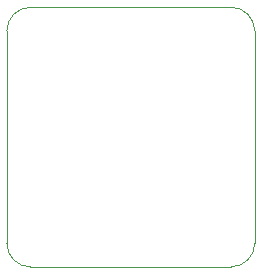
<source format=gbr>
%TF.GenerationSoftware,KiCad,Pcbnew,7.0.1-0*%
%TF.CreationDate,2023-05-08T09:26:49+02:00*%
%TF.ProjectId,KLST_SOIL,4b4c5354-5f53-44f4-994c-2e6b69636164,rev?*%
%TF.SameCoordinates,Original*%
%TF.FileFunction,Profile,NP*%
%FSLAX46Y46*%
G04 Gerber Fmt 4.6, Leading zero omitted, Abs format (unit mm)*
G04 Created by KiCad (PCBNEW 7.0.1-0) date 2023-05-08 09:26:49*
%MOMM*%
%LPD*%
G01*
G04 APERTURE LIST*
%TA.AperFunction,Profile*%
%ADD10C,0.100000*%
%TD*%
G04 APERTURE END LIST*
D10*
X144985786Y-110985786D02*
G75*
G03*
X146985786Y-108985786I14J1999986D01*
G01*
X144985786Y-110985786D02*
X128000000Y-110985786D01*
X146985800Y-91000000D02*
G75*
G03*
X144985786Y-89000000I-2000000J0D01*
G01*
X126000014Y-108985786D02*
G75*
G03*
X128000000Y-110985786I1999986J-14D01*
G01*
X146985786Y-91000000D02*
X146985786Y-108985786D01*
X126000000Y-108985786D02*
X126000000Y-91000000D01*
X128000000Y-89000000D02*
X144985786Y-89000000D01*
X128000000Y-89000000D02*
G75*
G03*
X126000000Y-91000000I0J-2000000D01*
G01*
M02*

</source>
